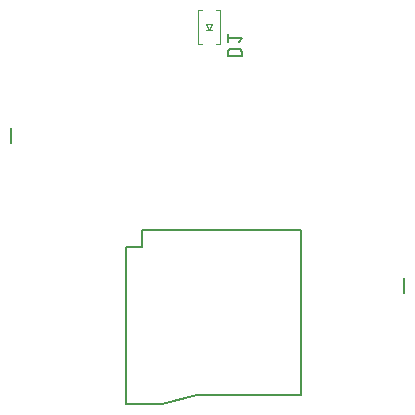
<source format=gbo>
G04 EAGLE Gerber RS-274X export*
G75*
%MOMM*%
%FSLAX34Y34*%
%LPD*%
%INSilkscreen Bottom*%
%IPPOS*%
%AMOC8*
5,1,8,0,0,1.08239X$1,22.5*%
G01*
%ADD10C,0.127000*%
%ADD11C,0.203200*%
%ADD12C,0.120000*%
%ADD13C,0.050000*%


D10*
X245450Y139810D02*
X245450Y-190D01*
X157450Y-190D01*
X127450Y-8190D01*
X97450Y-8190D01*
X97450Y125310D01*
X110450Y125310D01*
X110450Y139810D01*
X245450Y139810D01*
D11*
X0Y212725D02*
X0Y225425D01*
X332740Y98425D02*
X332740Y85725D01*
D12*
X176640Y296950D02*
X173740Y296950D01*
X161540Y325350D02*
X158640Y325350D01*
X158640Y296950D01*
X161540Y296950D01*
X176640Y296950D02*
X176640Y325350D01*
X173740Y325350D01*
D13*
X170140Y313650D02*
X165140Y313650D01*
X167640Y308650D01*
X170140Y313650D01*
X170140Y308650D02*
X165140Y308650D01*
D10*
X183515Y286385D02*
X195445Y286385D01*
X195445Y289699D01*
X195443Y289812D01*
X195437Y289925D01*
X195428Y290038D01*
X195414Y290150D01*
X195397Y290262D01*
X195376Y290373D01*
X195351Y290484D01*
X195322Y290593D01*
X195290Y290702D01*
X195254Y290809D01*
X195214Y290915D01*
X195171Y291019D01*
X195124Y291122D01*
X195073Y291224D01*
X195020Y291323D01*
X194963Y291421D01*
X194902Y291517D01*
X194838Y291610D01*
X194772Y291701D01*
X194702Y291790D01*
X194629Y291877D01*
X194553Y291961D01*
X194474Y292042D01*
X194393Y292121D01*
X194309Y292197D01*
X194222Y292270D01*
X194133Y292340D01*
X194042Y292406D01*
X193949Y292470D01*
X193853Y292531D01*
X193755Y292588D01*
X193656Y292641D01*
X193554Y292692D01*
X193451Y292739D01*
X193347Y292782D01*
X193241Y292822D01*
X193134Y292858D01*
X193025Y292890D01*
X192916Y292919D01*
X192805Y292944D01*
X192694Y292965D01*
X192582Y292982D01*
X192470Y292996D01*
X192357Y293005D01*
X192244Y293011D01*
X192131Y293013D01*
X186829Y293013D01*
X186716Y293011D01*
X186603Y293005D01*
X186490Y292996D01*
X186378Y292982D01*
X186266Y292965D01*
X186155Y292944D01*
X186044Y292919D01*
X185935Y292890D01*
X185826Y292858D01*
X185719Y292822D01*
X185613Y292782D01*
X185509Y292739D01*
X185406Y292692D01*
X185304Y292641D01*
X185205Y292588D01*
X185107Y292531D01*
X185011Y292470D01*
X184918Y292406D01*
X184827Y292340D01*
X184738Y292270D01*
X184651Y292197D01*
X184567Y292121D01*
X184486Y292042D01*
X184407Y291961D01*
X184331Y291877D01*
X184258Y291790D01*
X184188Y291701D01*
X184122Y291610D01*
X184058Y291517D01*
X183997Y291421D01*
X183940Y291323D01*
X183887Y291224D01*
X183836Y291122D01*
X183789Y291019D01*
X183746Y290915D01*
X183706Y290809D01*
X183670Y290702D01*
X183638Y290593D01*
X183609Y290484D01*
X183584Y290373D01*
X183563Y290262D01*
X183546Y290150D01*
X183532Y290038D01*
X183523Y289925D01*
X183517Y289812D01*
X183515Y289699D01*
X183515Y286385D01*
X192794Y298661D02*
X195445Y301975D01*
X183515Y301975D01*
X183515Y298661D02*
X183515Y305289D01*
M02*

</source>
